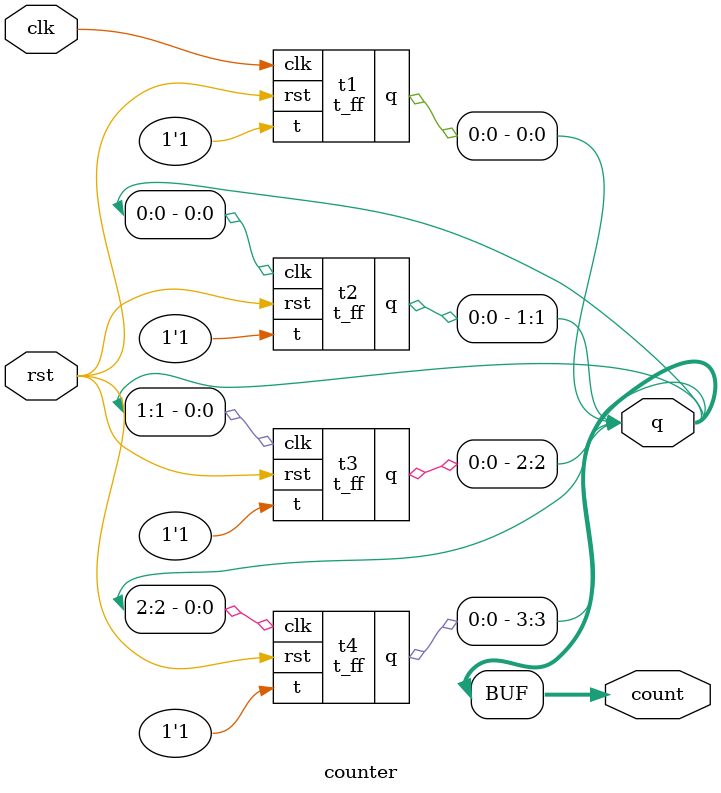
<source format=v>
module t_ff(
input clk,rst,t,
output reg q);
always @(posedge clk or posedge rst)
begin
if(rst)
q<= 1'b0;
else if (t) 
q<= ~q;
else
q<=q;
end
endmodule

module counter(
input clk,rst,
output [3:0]q,count);
t_ff t1(
.t(1'b1),
.clk(clk),
.rst(rst),
.q(q[0]));

t_ff t2(
.t(1'b1),
.clk(q[0]),
.rst(rst),
.q(q[1]));

t_ff t3(
.t(1'b1),
.clk(q[1]),
.rst(rst),
.q(q[2]));

t_ff t4(
.t(1'b1),
.clk(q[2]),
.rst(rst),
.q(q[3]));
assign count = q;
endmodule


</source>
